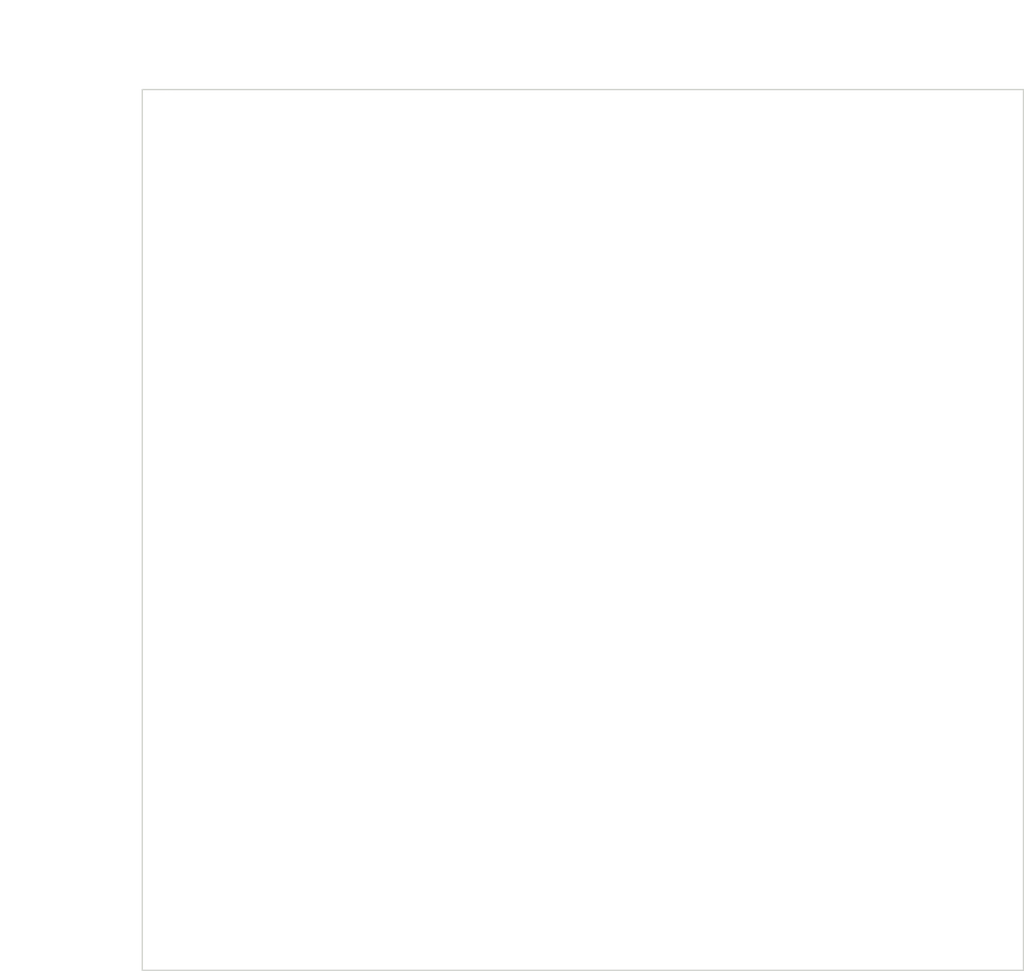
<source format=kicad_pcb>
(kicad_pcb (version 20171130) (host pcbnew "(5.0.0-3-g5ebb6b6)")

  (general
    (thickness 1.6)
    (drawings 5)
    (tracks 0)
    (zones 0)
    (modules 2)
    (nets 1)
  )

  (page A4)
  (layers
    (0 F.Cu signal)
    (31 B.Cu signal)
    (32 B.Adhes user)
    (33 F.Adhes user)
    (34 B.Paste user)
    (35 F.Paste user)
    (36 B.SilkS user)
    (37 F.SilkS user)
    (38 B.Mask user)
    (39 F.Mask user)
    (40 Dwgs.User user)
    (41 Cmts.User user)
    (42 Eco1.User user)
    (43 Eco2.User user)
    (44 Edge.Cuts user)
    (45 Margin user)
    (46 B.CrtYd user)
    (47 F.CrtYd user)
    (48 B.Fab user)
    (49 F.Fab user)
  )

  (setup
    (last_trace_width 0.25)
    (trace_clearance 0.2)
    (zone_clearance 0.508)
    (zone_45_only no)
    (trace_min 0.2)
    (segment_width 0.2)
    (edge_width 0.15)
    (via_size 0.8)
    (via_drill 0.4)
    (via_min_size 0.4)
    (via_min_drill 0.3)
    (uvia_size 0.3)
    (uvia_drill 0.1)
    (uvias_allowed no)
    (uvia_min_size 0.2)
    (uvia_min_drill 0.1)
    (pcb_text_width 0.3)
    (pcb_text_size 1.5 1.5)
    (mod_edge_width 0.15)
    (mod_text_size 1 1)
    (mod_text_width 0.15)
    (pad_size 6 6)
    (pad_drill 0)
    (pad_to_mask_clearance 0.2)
    (aux_axis_origin 0 0)
    (visible_elements FFFFFF7F)
    (pcbplotparams
      (layerselection 0x010fc_ffffffff)
      (usegerberextensions false)
      (usegerberattributes false)
      (usegerberadvancedattributes false)
      (creategerberjobfile false)
      (excludeedgelayer true)
      (linewidth 0.050000)
      (plotframeref false)
      (viasonmask false)
      (mode 1)
      (useauxorigin false)
      (hpglpennumber 1)
      (hpglpenspeed 20)
      (hpglpendiameter 15.000000)
      (psnegative false)
      (psa4output false)
      (plotreference true)
      (plotvalue true)
      (plotinvisibletext false)
      (padsonsilk false)
      (subtractmaskfromsilk false)
      (outputformat 1)
      (mirror false)
      (drillshape 1)
      (scaleselection 1)
      (outputdirectory ""))
  )

  (net 0 "")

  (net_class Default "This is the default net class."
    (clearance 0.2)
    (trace_width 0.25)
    (via_dia 0.8)
    (via_drill 0.4)
    (uvia_dia 0.3)
    (uvia_drill 0.1)
  )

  (module MountingHole:MountingHole_3.2mm_M3_Pad_Via locked (layer F.Cu) (tedit 5B75640C) (tstamp 5B8D7528)
    (at 53.8 53.8)
    (descr "Mounting Hole 3.2mm, M3")
    (tags "mounting hole 3.2mm m3")
    (attr virtual)
    (fp_text reference REF** (at 0 -4.2) (layer F.SilkS) hide
      (effects (font (size 1 1) (thickness 0.15)))
    )
    (fp_text value MountingHole_3.2mm_M3_Pad_Via (at 0 4.2) (layer F.Fab)
      (effects (font (size 1 1) (thickness 0.15)))
    )
    (fp_circle (center 0 0) (end 3.45 0) (layer F.CrtYd) (width 0.05))
    (fp_circle (center 0 0) (end 3.2 0) (layer Cmts.User) (width 0.15))
    (fp_text user %R (at 0.3 0) (layer F.Fab)
      (effects (font (size 1 1) (thickness 0.15)))
    )
    (pad "" np_thru_hole circle (at 1.697056 -1.697056) (size 0.5 0.5) (drill 0.5) (layers *.Cu *.Mask))
    (pad "" np_thru_hole circle (at 0 -2.4) (size 0.5 0.5) (drill 0.5) (layers *.Cu *.Mask))
    (pad "" np_thru_hole circle (at -1.697056 -1.697056) (size 0.5 0.5) (drill 0.5) (layers *.Cu *.Mask))
    (pad "" np_thru_hole circle (at -2.4 0) (size 0.5 0.5) (drill 0.5) (layers *.Cu *.Mask))
    (pad "" np_thru_hole circle (at -1.697056 1.697056) (size 0.5 0.5) (drill 0.5) (layers *.Cu *.Mask))
    (pad "" np_thru_hole circle (at 0 2.4) (size 0.5 0.5) (drill 0.5) (layers *.Cu *.Mask))
    (pad "" np_thru_hole circle (at 1.697056 1.697056) (size 0.5 0.5) (drill 0.5) (layers *.Cu *.Mask))
    (pad "" np_thru_hole circle (at 2.4 0) (size 0.5 0.5) (drill 0.5) (layers *.Cu *.Mask))
    (pad "" np_thru_hole circle (at 0 0) (size 3.2 3.2) (drill 3.2) (layers *.Cu *.Mask))
  )

  (module MountingHole:MountingHole_3.2mm_M3 locked (layer F.Cu) (tedit 5B756454) (tstamp 5B8D789C)
    (at 53.8 53.8)
    (descr "Mounting Hole 3.2mm, no annular, M3")
    (tags "mounting hole 3.2mm no annular m3")
    (attr virtual)
    (fp_text reference REF** (at 0 -4.2) (layer F.SilkS) hide
      (effects (font (size 1 1) (thickness 0.15)))
    )
    (fp_text value MountingHole_3.2mm_M3 (at 0 4.2) (layer F.Fab)
      (effects (font (size 1 1) (thickness 0.15)))
    )
    (fp_circle (center 0 0) (end 3.45 0) (layer F.CrtYd) (width 0.05))
    (fp_circle (center 0 0) (end 3.2 0) (layer Cmts.User) (width 0.15))
    (fp_text user %R (at 0.3 0) (layer F.Fab)
      (effects (font (size 1 1) (thickness 0.15)))
    )
    (pad 1 connect circle (at 0 0) (size 6 6) (layers *.Mask))
  )

  (gr_text "(50.8,50.8)\nM3 holes at (±3,±3)\nr=3" (at 46.99 44.45) (layer F.Fab)
    (effects (font (size 1.5 1.5) (thickness 0.3)))
  )
  (gr_line (start 50.8 150.8) (end 50.8 50.8) (layer Edge.Cuts) (width 0.15))
  (gr_line (start 150.8 150.8) (end 50.8 150.8) (layer Edge.Cuts) (width 0.15))
  (gr_line (start 150.8 50.8) (end 150.8 150.8) (layer Edge.Cuts) (width 0.15))
  (gr_line (start 50.8 50.8) (end 150.8 50.8) (layer Edge.Cuts) (width 0.15))

)

</source>
